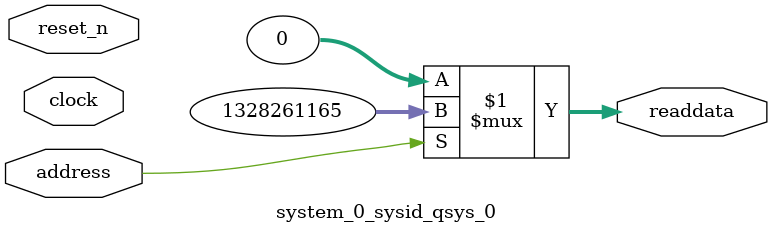
<source format=v>

`timescale 1ns / 1ps
// synthesis translate_on

// turn off superfluous verilog processor warnings 
// altera message_level Level1 
// altera message_off 10034 10035 10036 10037 10230 10240 10030 

module system_0_sysid_qsys_0 (
               // inputs:
                address,
                clock,
                reset_n,

               // outputs:
                readdata
             )
;

  output  [ 31: 0] readdata;
  input            address;
  input            clock;
  input            reset_n;

  wire    [ 31: 0] readdata;
  //control_slave, which is an e_avalon_slave
  assign readdata = address ? 1328261165 : 0;

endmodule




</source>
